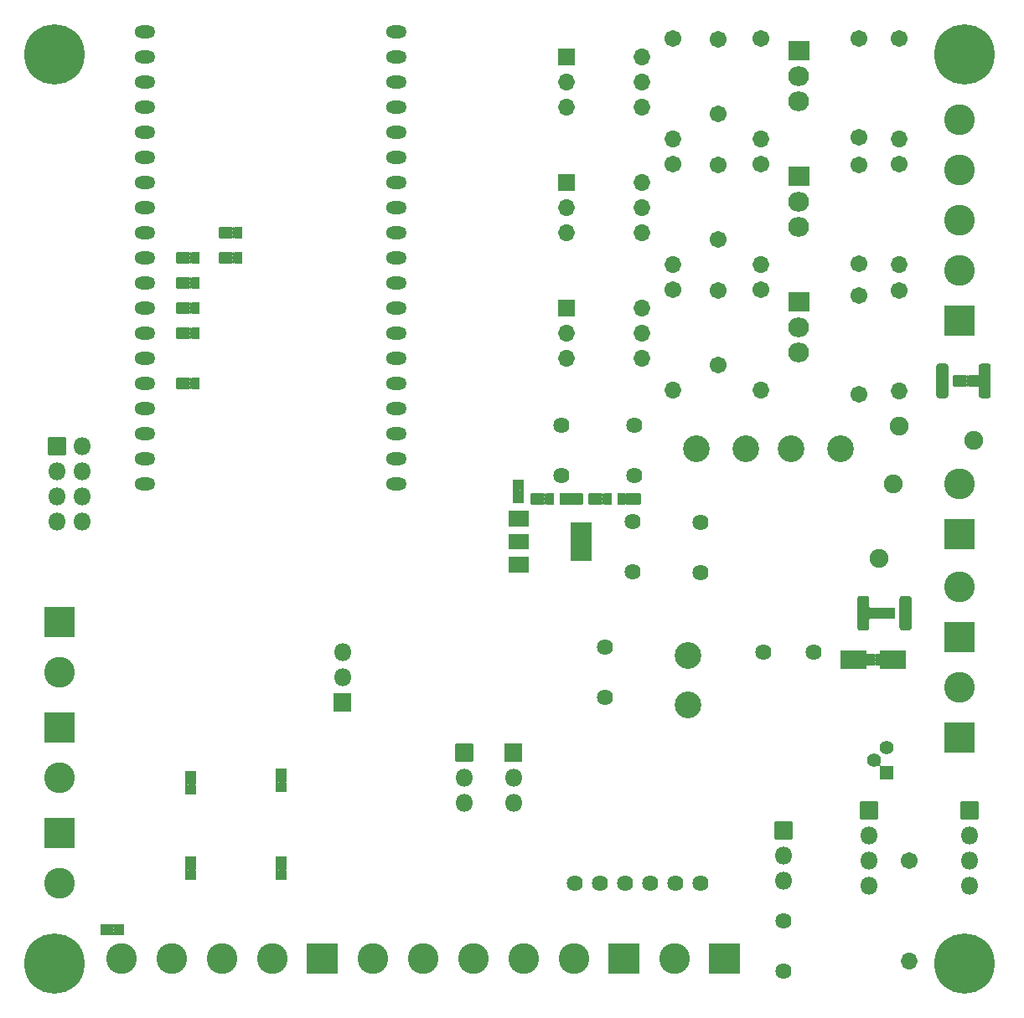
<source format=gbr>
G04 #@! TF.GenerationSoftware,KiCad,Pcbnew,5.1.9-73d0e3b20d~88~ubuntu20.04.1*
G04 #@! TF.CreationDate,2021-03-09T21:18:06-03:00*
G04 #@! TF.ProjectId,std_board,7374645f-626f-4617-9264-2e6b69636164,rev?*
G04 #@! TF.SameCoordinates,Original*
G04 #@! TF.FileFunction,Soldermask,Bot*
G04 #@! TF.FilePolarity,Negative*
%FSLAX46Y46*%
G04 Gerber Fmt 4.6, Leading zero omitted, Abs format (unit mm)*
G04 Created by KiCad (PCBNEW 5.1.9-73d0e3b20d~88~ubuntu20.04.1) date 2021-03-09 21:18:06*
%MOMM*%
%LPD*%
G01*
G04 APERTURE LIST*
%ADD10O,2.102000X1.302000*%
%ADD11C,1.702000*%
%ADD12O,1.702000X1.702000*%
%ADD13C,2.702000*%
%ADD14C,1.626000*%
%ADD15C,6.102000*%
%ADD16C,1.902000*%
%ADD17O,1.802000X1.802000*%
%ADD18O,2.102000X2.007000*%
%ADD19C,1.402000*%
%ADD20C,3.102000*%
%ADD21C,0.100000*%
G04 APERTURE END LIST*
D10*
X38100000Y0D03*
X12700000Y0D03*
X38100000Y-2540000D03*
X12700000Y-2540000D03*
X38100000Y-5080000D03*
X12700000Y-5080000D03*
X38100000Y-7620000D03*
X12700000Y-7620000D03*
X38100000Y-10160000D03*
X12700000Y-10160000D03*
X38100000Y-12700000D03*
X12700000Y-12700000D03*
X38100000Y-15240000D03*
X12700000Y-15240000D03*
X38100000Y-17780000D03*
X12700000Y-17780000D03*
X38100000Y-20320000D03*
X12700000Y-20320000D03*
X38100000Y-22860000D03*
X12700000Y-22860000D03*
X38100000Y-25400000D03*
X12700000Y-25400000D03*
X38100000Y-27940000D03*
X12700000Y-27940000D03*
X38100000Y-30480000D03*
X12700000Y-30480000D03*
X38100000Y-33020000D03*
X12700000Y-33020000D03*
X38100000Y-35560000D03*
X12700000Y-35560000D03*
X38100000Y-38100000D03*
X12700000Y-38100000D03*
X38100000Y-40640000D03*
X12700000Y-40640000D03*
X38100000Y-43180000D03*
X12700000Y-43180000D03*
X38100000Y-45720000D03*
X12700000Y-45720000D03*
D11*
X89916000Y-83820000D03*
D12*
X89916000Y-93980000D03*
D13*
X77978000Y-42164000D03*
X82978000Y-42164000D03*
D14*
X61976000Y-54610000D03*
X61976000Y-49530000D03*
D11*
X66040000Y-635000D03*
D12*
X66040000Y-10795000D03*
X62865000Y-2540000D03*
X55245000Y-7620000D03*
X62865000Y-5080000D03*
X55245000Y-5080000D03*
X62865000Y-7620000D03*
G36*
G01*
X54394000Y-3340000D02*
X54394000Y-1740000D01*
G75*
G02*
X54445000Y-1689000I51000J0D01*
G01*
X56045000Y-1689000D01*
G75*
G02*
X56096000Y-1740000I0J-51000D01*
G01*
X56096000Y-3340000D01*
G75*
G02*
X56045000Y-3391000I-51000J0D01*
G01*
X54445000Y-3391000D01*
G75*
G02*
X54394000Y-3340000I0J51000D01*
G01*
G37*
D11*
X88900000Y-13335000D03*
D12*
X88900000Y-23495000D03*
X88900000Y-36322000D03*
D11*
X88900000Y-26162000D03*
G36*
G01*
X86122000Y-63627001D02*
X86122000Y-63372999D01*
G75*
G02*
X86172999Y-63322000I50999J0D01*
G01*
X87373001Y-63322000D01*
G75*
G02*
X87424000Y-63372999I0J-50999D01*
G01*
X87424000Y-63627001D01*
G75*
G02*
X87373001Y-63678000I-50999J0D01*
G01*
X86172999Y-63678000D01*
G75*
G02*
X86122000Y-63627001I0J50999D01*
G01*
G37*
G36*
G01*
X85261500Y-64008001D02*
X85261500Y-63753999D01*
G75*
G02*
X85312499Y-63703000I50999J0D01*
G01*
X86455501Y-63703000D01*
G75*
G02*
X86506500Y-63753999I0J-50999D01*
G01*
X86506500Y-64008001D01*
G75*
G02*
X86455501Y-64059000I-50999J0D01*
G01*
X85312499Y-64059000D01*
G75*
G02*
X85261500Y-64008001I0J50999D01*
G01*
G37*
G36*
G01*
X85071000Y-64008000D02*
X85071000Y-62992000D01*
G75*
G02*
X85122000Y-62941000I51000J0D01*
G01*
X85884000Y-62941000D01*
G75*
G02*
X85935000Y-62992000I0J-51000D01*
G01*
X85935000Y-64008000D01*
G75*
G02*
X85884000Y-64059000I-51000J0D01*
G01*
X85122000Y-64059000D01*
G75*
G02*
X85071000Y-64008000I0J51000D01*
G01*
G37*
G36*
G01*
X85261500Y-63246001D02*
X85261500Y-62991999D01*
G75*
G02*
X85312499Y-62941000I50999J0D01*
G01*
X86455501Y-62941000D01*
G75*
G02*
X86506500Y-62991999I0J-50999D01*
G01*
X86506500Y-63246001D01*
G75*
G02*
X86455501Y-63297000I-50999J0D01*
G01*
X85312499Y-63297000D01*
G75*
G02*
X85261500Y-63246001I0J50999D01*
G01*
G37*
G36*
G01*
X86595000Y-64008000D02*
X86595000Y-62992000D01*
G75*
G02*
X86646000Y-62941000I51000J0D01*
G01*
X87408000Y-62941000D01*
G75*
G02*
X87459000Y-62992000I0J-51000D01*
G01*
X87459000Y-64008000D01*
G75*
G02*
X87408000Y-64059000I-51000J0D01*
G01*
X86646000Y-64059000D01*
G75*
G02*
X86595000Y-64008000I0J51000D01*
G01*
G37*
G36*
G01*
X17144999Y-75803000D02*
X17399001Y-75803000D01*
G75*
G02*
X17450000Y-75853999I0J-50999D01*
G01*
X17450000Y-77054001D01*
G75*
G02*
X17399001Y-77105000I-50999J0D01*
G01*
X17144999Y-77105000D01*
G75*
G02*
X17094000Y-77054001I0J50999D01*
G01*
X17094000Y-75853999D01*
G75*
G02*
X17144999Y-75803000I50999J0D01*
G01*
G37*
G36*
G01*
X16763999Y-74942500D02*
X17018001Y-74942500D01*
G75*
G02*
X17069000Y-74993499I0J-50999D01*
G01*
X17069000Y-76136501D01*
G75*
G02*
X17018001Y-76187500I-50999J0D01*
G01*
X16763999Y-76187500D01*
G75*
G02*
X16713000Y-76136501I0J50999D01*
G01*
X16713000Y-74993499D01*
G75*
G02*
X16763999Y-74942500I50999J0D01*
G01*
G37*
G36*
G01*
X16764000Y-74752000D02*
X17780000Y-74752000D01*
G75*
G02*
X17831000Y-74803000I0J-51000D01*
G01*
X17831000Y-75565000D01*
G75*
G02*
X17780000Y-75616000I-51000J0D01*
G01*
X16764000Y-75616000D01*
G75*
G02*
X16713000Y-75565000I0J51000D01*
G01*
X16713000Y-74803000D01*
G75*
G02*
X16764000Y-74752000I51000J0D01*
G01*
G37*
G36*
G01*
X17525999Y-74942500D02*
X17780001Y-74942500D01*
G75*
G02*
X17831000Y-74993499I0J-50999D01*
G01*
X17831000Y-76136501D01*
G75*
G02*
X17780001Y-76187500I-50999J0D01*
G01*
X17525999Y-76187500D01*
G75*
G02*
X17475000Y-76136501I0J50999D01*
G01*
X17475000Y-74993499D01*
G75*
G02*
X17525999Y-74942500I50999J0D01*
G01*
G37*
G36*
G01*
X16764000Y-76276000D02*
X17780000Y-76276000D01*
G75*
G02*
X17831000Y-76327000I0J-51000D01*
G01*
X17831000Y-77089000D01*
G75*
G02*
X17780000Y-77140000I-51000J0D01*
G01*
X16764000Y-77140000D01*
G75*
G02*
X16713000Y-77089000I0J51000D01*
G01*
X16713000Y-76327000D01*
G75*
G02*
X16764000Y-76276000I51000J0D01*
G01*
G37*
G36*
G01*
X17144999Y-84439000D02*
X17399001Y-84439000D01*
G75*
G02*
X17450000Y-84489999I0J-50999D01*
G01*
X17450000Y-85690001D01*
G75*
G02*
X17399001Y-85741000I-50999J0D01*
G01*
X17144999Y-85741000D01*
G75*
G02*
X17094000Y-85690001I0J50999D01*
G01*
X17094000Y-84489999D01*
G75*
G02*
X17144999Y-84439000I50999J0D01*
G01*
G37*
G36*
G01*
X16763999Y-83578500D02*
X17018001Y-83578500D01*
G75*
G02*
X17069000Y-83629499I0J-50999D01*
G01*
X17069000Y-84772501D01*
G75*
G02*
X17018001Y-84823500I-50999J0D01*
G01*
X16763999Y-84823500D01*
G75*
G02*
X16713000Y-84772501I0J50999D01*
G01*
X16713000Y-83629499D01*
G75*
G02*
X16763999Y-83578500I50999J0D01*
G01*
G37*
G36*
G01*
X16764000Y-83388000D02*
X17780000Y-83388000D01*
G75*
G02*
X17831000Y-83439000I0J-51000D01*
G01*
X17831000Y-84201000D01*
G75*
G02*
X17780000Y-84252000I-51000J0D01*
G01*
X16764000Y-84252000D01*
G75*
G02*
X16713000Y-84201000I0J51000D01*
G01*
X16713000Y-83439000D01*
G75*
G02*
X16764000Y-83388000I51000J0D01*
G01*
G37*
G36*
G01*
X17525999Y-83578500D02*
X17780001Y-83578500D01*
G75*
G02*
X17831000Y-83629499I0J-50999D01*
G01*
X17831000Y-84772501D01*
G75*
G02*
X17780001Y-84823500I-50999J0D01*
G01*
X17525999Y-84823500D01*
G75*
G02*
X17475000Y-84772501I0J50999D01*
G01*
X17475000Y-83629499D01*
G75*
G02*
X17525999Y-83578500I50999J0D01*
G01*
G37*
G36*
G01*
X16764000Y-84912000D02*
X17780000Y-84912000D01*
G75*
G02*
X17831000Y-84963000I0J-51000D01*
G01*
X17831000Y-85725000D01*
G75*
G02*
X17780000Y-85776000I-51000J0D01*
G01*
X16764000Y-85776000D01*
G75*
G02*
X16713000Y-85725000I0J51000D01*
G01*
X16713000Y-84963000D01*
G75*
G02*
X16764000Y-84912000I51000J0D01*
G01*
G37*
G36*
G01*
X87106000Y-58928001D02*
X87106000Y-58673999D01*
G75*
G02*
X87156999Y-58623000I50999J0D01*
G01*
X88357001Y-58623000D01*
G75*
G02*
X88408000Y-58673999I0J-50999D01*
G01*
X88408000Y-58928001D01*
G75*
G02*
X88357001Y-58979000I-50999J0D01*
G01*
X87156999Y-58979000D01*
G75*
G02*
X87106000Y-58928001I0J50999D01*
G01*
G37*
G36*
G01*
X86245500Y-59309001D02*
X86245500Y-59054999D01*
G75*
G02*
X86296499Y-59004000I50999J0D01*
G01*
X87439501Y-59004000D01*
G75*
G02*
X87490500Y-59054999I0J-50999D01*
G01*
X87490500Y-59309001D01*
G75*
G02*
X87439501Y-59360000I-50999J0D01*
G01*
X86296499Y-59360000D01*
G75*
G02*
X86245500Y-59309001I0J50999D01*
G01*
G37*
G36*
G01*
X86055000Y-59309000D02*
X86055000Y-58293000D01*
G75*
G02*
X86106000Y-58242000I51000J0D01*
G01*
X86868000Y-58242000D01*
G75*
G02*
X86919000Y-58293000I0J-51000D01*
G01*
X86919000Y-59309000D01*
G75*
G02*
X86868000Y-59360000I-51000J0D01*
G01*
X86106000Y-59360000D01*
G75*
G02*
X86055000Y-59309000I0J51000D01*
G01*
G37*
G36*
G01*
X86245500Y-58547001D02*
X86245500Y-58292999D01*
G75*
G02*
X86296499Y-58242000I50999J0D01*
G01*
X87439501Y-58242000D01*
G75*
G02*
X87490500Y-58292999I0J-50999D01*
G01*
X87490500Y-58547001D01*
G75*
G02*
X87439501Y-58598000I-50999J0D01*
G01*
X86296499Y-58598000D01*
G75*
G02*
X86245500Y-58547001I0J50999D01*
G01*
G37*
G36*
G01*
X87579000Y-59309000D02*
X87579000Y-58293000D01*
G75*
G02*
X87630000Y-58242000I51000J0D01*
G01*
X88392000Y-58242000D01*
G75*
G02*
X88443000Y-58293000I0J-51000D01*
G01*
X88443000Y-59309000D01*
G75*
G02*
X88392000Y-59360000I-51000J0D01*
G01*
X87630000Y-59360000D01*
G75*
G02*
X87579000Y-59309000I0J51000D01*
G01*
G37*
D15*
X3556000Y-94234000D03*
X3556000Y-2286000D03*
G36*
G01*
X26288999Y-84439000D02*
X26543001Y-84439000D01*
G75*
G02*
X26594000Y-84489999I0J-50999D01*
G01*
X26594000Y-85690001D01*
G75*
G02*
X26543001Y-85741000I-50999J0D01*
G01*
X26288999Y-85741000D01*
G75*
G02*
X26238000Y-85690001I0J50999D01*
G01*
X26238000Y-84489999D01*
G75*
G02*
X26288999Y-84439000I50999J0D01*
G01*
G37*
G36*
G01*
X25907999Y-83578500D02*
X26162001Y-83578500D01*
G75*
G02*
X26213000Y-83629499I0J-50999D01*
G01*
X26213000Y-84772501D01*
G75*
G02*
X26162001Y-84823500I-50999J0D01*
G01*
X25907999Y-84823500D01*
G75*
G02*
X25857000Y-84772501I0J50999D01*
G01*
X25857000Y-83629499D01*
G75*
G02*
X25907999Y-83578500I50999J0D01*
G01*
G37*
G36*
G01*
X25908000Y-83388000D02*
X26924000Y-83388000D01*
G75*
G02*
X26975000Y-83439000I0J-51000D01*
G01*
X26975000Y-84201000D01*
G75*
G02*
X26924000Y-84252000I-51000J0D01*
G01*
X25908000Y-84252000D01*
G75*
G02*
X25857000Y-84201000I0J51000D01*
G01*
X25857000Y-83439000D01*
G75*
G02*
X25908000Y-83388000I51000J0D01*
G01*
G37*
G36*
G01*
X26669999Y-83578500D02*
X26924001Y-83578500D01*
G75*
G02*
X26975000Y-83629499I0J-50999D01*
G01*
X26975000Y-84772501D01*
G75*
G02*
X26924001Y-84823500I-50999J0D01*
G01*
X26669999Y-84823500D01*
G75*
G02*
X26619000Y-84772501I0J50999D01*
G01*
X26619000Y-83629499D01*
G75*
G02*
X26669999Y-83578500I50999J0D01*
G01*
G37*
G36*
G01*
X25908000Y-84912000D02*
X26924000Y-84912000D01*
G75*
G02*
X26975000Y-84963000I0J-51000D01*
G01*
X26975000Y-85725000D01*
G75*
G02*
X26924000Y-85776000I-51000J0D01*
G01*
X25908000Y-85776000D01*
G75*
G02*
X25857000Y-85725000I0J51000D01*
G01*
X25857000Y-84963000D01*
G75*
G02*
X25908000Y-84912000I51000J0D01*
G01*
G37*
G36*
G01*
X26288999Y-75549000D02*
X26543001Y-75549000D01*
G75*
G02*
X26594000Y-75599999I0J-50999D01*
G01*
X26594000Y-76800001D01*
G75*
G02*
X26543001Y-76851000I-50999J0D01*
G01*
X26288999Y-76851000D01*
G75*
G02*
X26238000Y-76800001I0J50999D01*
G01*
X26238000Y-75599999D01*
G75*
G02*
X26288999Y-75549000I50999J0D01*
G01*
G37*
G36*
G01*
X25907999Y-74688500D02*
X26162001Y-74688500D01*
G75*
G02*
X26213000Y-74739499I0J-50999D01*
G01*
X26213000Y-75882501D01*
G75*
G02*
X26162001Y-75933500I-50999J0D01*
G01*
X25907999Y-75933500D01*
G75*
G02*
X25857000Y-75882501I0J50999D01*
G01*
X25857000Y-74739499D01*
G75*
G02*
X25907999Y-74688500I50999J0D01*
G01*
G37*
G36*
G01*
X25908000Y-74498000D02*
X26924000Y-74498000D01*
G75*
G02*
X26975000Y-74549000I0J-51000D01*
G01*
X26975000Y-75311000D01*
G75*
G02*
X26924000Y-75362000I-51000J0D01*
G01*
X25908000Y-75362000D01*
G75*
G02*
X25857000Y-75311000I0J51000D01*
G01*
X25857000Y-74549000D01*
G75*
G02*
X25908000Y-74498000I51000J0D01*
G01*
G37*
G36*
G01*
X26669999Y-74688500D02*
X26924001Y-74688500D01*
G75*
G02*
X26975000Y-74739499I0J-50999D01*
G01*
X26975000Y-75882501D01*
G75*
G02*
X26924001Y-75933500I-50999J0D01*
G01*
X26669999Y-75933500D01*
G75*
G02*
X26619000Y-75882501I0J50999D01*
G01*
X26619000Y-74739499D01*
G75*
G02*
X26669999Y-74688500I50999J0D01*
G01*
G37*
G36*
G01*
X25908000Y-76022000D02*
X26924000Y-76022000D01*
G75*
G02*
X26975000Y-76073000I0J-51000D01*
G01*
X26975000Y-76835000D01*
G75*
G02*
X26924000Y-76886000I-51000J0D01*
G01*
X25908000Y-76886000D01*
G75*
G02*
X25857000Y-76835000I0J51000D01*
G01*
X25857000Y-76073000D01*
G75*
G02*
X25908000Y-76022000I51000J0D01*
G01*
G37*
D16*
X96400000Y-41278000D03*
X88900000Y-39878000D03*
X88265000Y-45720000D03*
X86865000Y-53220000D03*
D12*
X62865000Y-27940000D03*
X55245000Y-33020000D03*
X62865000Y-30480000D03*
X55245000Y-30480000D03*
X62865000Y-33020000D03*
G36*
G01*
X54394000Y-28740000D02*
X54394000Y-27140000D01*
G75*
G02*
X54445000Y-27089000I51000J0D01*
G01*
X56045000Y-27089000D01*
G75*
G02*
X56096000Y-27140000I0J-51000D01*
G01*
X56096000Y-28740000D01*
G75*
G02*
X56045000Y-28791000I-51000J0D01*
G01*
X54445000Y-28791000D01*
G75*
G02*
X54394000Y-28740000I0J51000D01*
G01*
G37*
X62865000Y-15240000D03*
X55245000Y-20320000D03*
X62865000Y-17780000D03*
X55245000Y-17780000D03*
X62865000Y-20320000D03*
G36*
G01*
X54394000Y-16040000D02*
X54394000Y-14440000D01*
G75*
G02*
X54445000Y-14389000I51000J0D01*
G01*
X56045000Y-14389000D01*
G75*
G02*
X56096000Y-14440000I0J-51000D01*
G01*
X56096000Y-16040000D01*
G75*
G02*
X56045000Y-16091000I-51000J0D01*
G01*
X54445000Y-16091000D01*
G75*
G02*
X54394000Y-16040000I0J51000D01*
G01*
G37*
G36*
G01*
X85566000Y-62600000D02*
X85566000Y-64400000D01*
G75*
G02*
X85515000Y-64451000I-51000J0D01*
G01*
X83015000Y-64451000D01*
G75*
G02*
X82964000Y-64400000I0J51000D01*
G01*
X82964000Y-62600000D01*
G75*
G02*
X83015000Y-62549000I51000J0D01*
G01*
X85515000Y-62549000D01*
G75*
G02*
X85566000Y-62600000I0J-51000D01*
G01*
G37*
G36*
G01*
X89566000Y-62600000D02*
X89566000Y-64400000D01*
G75*
G02*
X89515000Y-64451000I-51000J0D01*
G01*
X87015000Y-64451000D01*
G75*
G02*
X86964000Y-64400000I0J51000D01*
G01*
X86964000Y-62600000D01*
G75*
G02*
X87015000Y-62549000I51000J0D01*
G01*
X89515000Y-62549000D01*
G75*
G02*
X89566000Y-62600000I0J-51000D01*
G01*
G37*
D11*
X84836000Y-10635000D03*
X84836000Y-635000D03*
X70612000Y-8255000D03*
X70612000Y-755000D03*
X84836000Y-23462000D03*
X84836000Y-13462000D03*
X70612000Y-13455000D03*
X70612000Y-20955000D03*
X84836000Y-26670000D03*
X84836000Y-36670000D03*
X70612000Y-33655000D03*
X70612000Y-26155000D03*
G36*
G01*
X44057000Y-73748000D02*
X44057000Y-72048000D01*
G75*
G02*
X44108000Y-71997000I51000J0D01*
G01*
X45808000Y-71997000D01*
G75*
G02*
X45859000Y-72048000I0J-51000D01*
G01*
X45859000Y-73748000D01*
G75*
G02*
X45808000Y-73799000I-51000J0D01*
G01*
X44108000Y-73799000D01*
G75*
G02*
X44057000Y-73748000I0J51000D01*
G01*
G37*
D17*
X44958000Y-75438000D03*
X44958000Y-77978000D03*
G36*
G01*
X49010000Y-73748000D02*
X49010000Y-72048000D01*
G75*
G02*
X49061000Y-71997000I51000J0D01*
G01*
X50761000Y-71997000D01*
G75*
G02*
X50812000Y-72048000I0J-51000D01*
G01*
X50812000Y-73748000D01*
G75*
G02*
X50761000Y-73799000I-51000J0D01*
G01*
X49061000Y-73799000D01*
G75*
G02*
X49010000Y-73748000I0J51000D01*
G01*
G37*
X49911000Y-75438000D03*
X49911000Y-77978000D03*
X77216000Y-85852000D03*
X77216000Y-83312000D03*
G36*
G01*
X76315000Y-81622000D02*
X76315000Y-79922000D01*
G75*
G02*
X76366000Y-79871000I51000J0D01*
G01*
X78066000Y-79871000D01*
G75*
G02*
X78117000Y-79922000I0J-51000D01*
G01*
X78117000Y-81622000D01*
G75*
G02*
X78066000Y-81673000I-51000J0D01*
G01*
X76366000Y-81673000D01*
G75*
G02*
X76315000Y-81622000I0J51000D01*
G01*
G37*
G36*
G01*
X95111000Y-79590000D02*
X95111000Y-77890000D01*
G75*
G02*
X95162000Y-77839000I51000J0D01*
G01*
X96862000Y-77839000D01*
G75*
G02*
X96913000Y-77890000I0J-51000D01*
G01*
X96913000Y-79590000D01*
G75*
G02*
X96862000Y-79641000I-51000J0D01*
G01*
X95162000Y-79641000D01*
G75*
G02*
X95111000Y-79590000I0J51000D01*
G01*
G37*
X96012000Y-81280000D03*
X96012000Y-83820000D03*
X96012000Y-86360000D03*
X85852000Y-86360000D03*
X85852000Y-83820000D03*
X85852000Y-81280000D03*
G36*
G01*
X84951000Y-79590000D02*
X84951000Y-77890000D01*
G75*
G02*
X85002000Y-77839000I51000J0D01*
G01*
X86702000Y-77839000D01*
G75*
G02*
X86753000Y-77890000I0J-51000D01*
G01*
X86753000Y-79590000D01*
G75*
G02*
X86702000Y-79641000I-51000J0D01*
G01*
X85002000Y-79641000D01*
G75*
G02*
X84951000Y-79590000I0J51000D01*
G01*
G37*
D15*
X95504000Y-2286000D03*
X95504000Y-94234000D03*
G36*
G01*
X49911000Y-46812000D02*
X50927000Y-46812000D01*
G75*
G02*
X50978000Y-46863000I0J-51000D01*
G01*
X50978000Y-47625000D01*
G75*
G02*
X50927000Y-47676000I-51000J0D01*
G01*
X49911000Y-47676000D01*
G75*
G02*
X49860000Y-47625000I0J51000D01*
G01*
X49860000Y-46863000D01*
G75*
G02*
X49911000Y-46812000I51000J0D01*
G01*
G37*
G36*
G01*
X50672999Y-45478500D02*
X50927001Y-45478500D01*
G75*
G02*
X50978000Y-45529499I0J-50999D01*
G01*
X50978000Y-46672501D01*
G75*
G02*
X50927001Y-46723500I-50999J0D01*
G01*
X50672999Y-46723500D01*
G75*
G02*
X50622000Y-46672501I0J50999D01*
G01*
X50622000Y-45529499D01*
G75*
G02*
X50672999Y-45478500I50999J0D01*
G01*
G37*
G36*
G01*
X49911000Y-45288000D02*
X50927000Y-45288000D01*
G75*
G02*
X50978000Y-45339000I0J-51000D01*
G01*
X50978000Y-46101000D01*
G75*
G02*
X50927000Y-46152000I-51000J0D01*
G01*
X49911000Y-46152000D01*
G75*
G02*
X49860000Y-46101000I0J51000D01*
G01*
X49860000Y-45339000D01*
G75*
G02*
X49911000Y-45288000I51000J0D01*
G01*
G37*
G36*
G01*
X49910999Y-45478500D02*
X50165001Y-45478500D01*
G75*
G02*
X50216000Y-45529499I0J-50999D01*
G01*
X50216000Y-46672501D01*
G75*
G02*
X50165001Y-46723500I-50999J0D01*
G01*
X49910999Y-46723500D01*
G75*
G02*
X49860000Y-46672501I0J50999D01*
G01*
X49860000Y-45529499D01*
G75*
G02*
X49910999Y-45478500I50999J0D01*
G01*
G37*
G36*
G01*
X50291999Y-46339000D02*
X50546001Y-46339000D01*
G75*
G02*
X50597000Y-46389999I0J-50999D01*
G01*
X50597000Y-47590001D01*
G75*
G02*
X50546001Y-47641000I-50999J0D01*
G01*
X50291999Y-47641000D01*
G75*
G02*
X50241000Y-47590001I0J50999D01*
G01*
X50241000Y-46389999D01*
G75*
G02*
X50291999Y-46339000I50999J0D01*
G01*
G37*
G36*
G01*
X55693000Y-53462000D02*
X55693000Y-49662000D01*
G75*
G02*
X55744000Y-49611000I51000J0D01*
G01*
X57744000Y-49611000D01*
G75*
G02*
X57795000Y-49662000I0J-51000D01*
G01*
X57795000Y-53462000D01*
G75*
G02*
X57744000Y-53513000I-51000J0D01*
G01*
X55744000Y-53513000D01*
G75*
G02*
X55693000Y-53462000I0J51000D01*
G01*
G37*
G36*
G01*
X49393000Y-52312000D02*
X49393000Y-50812000D01*
G75*
G02*
X49444000Y-50761000I51000J0D01*
G01*
X51444000Y-50761000D01*
G75*
G02*
X51495000Y-50812000I0J-51000D01*
G01*
X51495000Y-52312000D01*
G75*
G02*
X51444000Y-52363000I-51000J0D01*
G01*
X49444000Y-52363000D01*
G75*
G02*
X49393000Y-52312000I0J51000D01*
G01*
G37*
G36*
G01*
X49393000Y-50012000D02*
X49393000Y-48512000D01*
G75*
G02*
X49444000Y-48461000I51000J0D01*
G01*
X51444000Y-48461000D01*
G75*
G02*
X51495000Y-48512000I0J-51000D01*
G01*
X51495000Y-50012000D01*
G75*
G02*
X51444000Y-50063000I-51000J0D01*
G01*
X49444000Y-50063000D01*
G75*
G02*
X49393000Y-50012000I0J51000D01*
G01*
G37*
G36*
G01*
X49393000Y-54612000D02*
X49393000Y-53112000D01*
G75*
G02*
X49444000Y-53061000I51000J0D01*
G01*
X51444000Y-53061000D01*
G75*
G02*
X51495000Y-53112000I0J-51000D01*
G01*
X51495000Y-54612000D01*
G75*
G02*
X51444000Y-54663000I-51000J0D01*
G01*
X49444000Y-54663000D01*
G75*
G02*
X49393000Y-54612000I0J51000D01*
G01*
G37*
D13*
X68406000Y-42164000D03*
X73406000Y-42164000D03*
G36*
G01*
X17348000Y-23368000D02*
X17348000Y-22352000D01*
G75*
G02*
X17399000Y-22301000I51000J0D01*
G01*
X18161000Y-22301000D01*
G75*
G02*
X18212000Y-22352000I0J-51000D01*
G01*
X18212000Y-23368000D01*
G75*
G02*
X18161000Y-23419000I-51000J0D01*
G01*
X17399000Y-23419000D01*
G75*
G02*
X17348000Y-23368000I0J51000D01*
G01*
G37*
G36*
G01*
X16014500Y-22606001D02*
X16014500Y-22351999D01*
G75*
G02*
X16065499Y-22301000I50999J0D01*
G01*
X17208501Y-22301000D01*
G75*
G02*
X17259500Y-22351999I0J-50999D01*
G01*
X17259500Y-22606001D01*
G75*
G02*
X17208501Y-22657000I-50999J0D01*
G01*
X16065499Y-22657000D01*
G75*
G02*
X16014500Y-22606001I0J50999D01*
G01*
G37*
G36*
G01*
X15824000Y-23368000D02*
X15824000Y-22352000D01*
G75*
G02*
X15875000Y-22301000I51000J0D01*
G01*
X16637000Y-22301000D01*
G75*
G02*
X16688000Y-22352000I0J-51000D01*
G01*
X16688000Y-23368000D01*
G75*
G02*
X16637000Y-23419000I-51000J0D01*
G01*
X15875000Y-23419000D01*
G75*
G02*
X15824000Y-23368000I0J51000D01*
G01*
G37*
G36*
G01*
X16014500Y-23368001D02*
X16014500Y-23113999D01*
G75*
G02*
X16065499Y-23063000I50999J0D01*
G01*
X17208501Y-23063000D01*
G75*
G02*
X17259500Y-23113999I0J-50999D01*
G01*
X17259500Y-23368001D01*
G75*
G02*
X17208501Y-23419000I-50999J0D01*
G01*
X16065499Y-23419000D01*
G75*
G02*
X16014500Y-23368001I0J50999D01*
G01*
G37*
G36*
G01*
X16875000Y-22987001D02*
X16875000Y-22732999D01*
G75*
G02*
X16925999Y-22682000I50999J0D01*
G01*
X18126001Y-22682000D01*
G75*
G02*
X18177000Y-22732999I0J-50999D01*
G01*
X18177000Y-22987001D01*
G75*
G02*
X18126001Y-23038000I-50999J0D01*
G01*
X16925999Y-23038000D01*
G75*
G02*
X16875000Y-22987001I0J50999D01*
G01*
G37*
G36*
G01*
X16875000Y-25527001D02*
X16875000Y-25272999D01*
G75*
G02*
X16925999Y-25222000I50999J0D01*
G01*
X18126001Y-25222000D01*
G75*
G02*
X18177000Y-25272999I0J-50999D01*
G01*
X18177000Y-25527001D01*
G75*
G02*
X18126001Y-25578000I-50999J0D01*
G01*
X16925999Y-25578000D01*
G75*
G02*
X16875000Y-25527001I0J50999D01*
G01*
G37*
G36*
G01*
X16014500Y-25908001D02*
X16014500Y-25653999D01*
G75*
G02*
X16065499Y-25603000I50999J0D01*
G01*
X17208501Y-25603000D01*
G75*
G02*
X17259500Y-25653999I0J-50999D01*
G01*
X17259500Y-25908001D01*
G75*
G02*
X17208501Y-25959000I-50999J0D01*
G01*
X16065499Y-25959000D01*
G75*
G02*
X16014500Y-25908001I0J50999D01*
G01*
G37*
G36*
G01*
X15824000Y-25908000D02*
X15824000Y-24892000D01*
G75*
G02*
X15875000Y-24841000I51000J0D01*
G01*
X16637000Y-24841000D01*
G75*
G02*
X16688000Y-24892000I0J-51000D01*
G01*
X16688000Y-25908000D01*
G75*
G02*
X16637000Y-25959000I-51000J0D01*
G01*
X15875000Y-25959000D01*
G75*
G02*
X15824000Y-25908000I0J51000D01*
G01*
G37*
G36*
G01*
X16014500Y-25146001D02*
X16014500Y-24891999D01*
G75*
G02*
X16065499Y-24841000I50999J0D01*
G01*
X17208501Y-24841000D01*
G75*
G02*
X17259500Y-24891999I0J-50999D01*
G01*
X17259500Y-25146001D01*
G75*
G02*
X17208501Y-25197000I-50999J0D01*
G01*
X16065499Y-25197000D01*
G75*
G02*
X16014500Y-25146001I0J50999D01*
G01*
G37*
G36*
G01*
X17348000Y-25908000D02*
X17348000Y-24892000D01*
G75*
G02*
X17399000Y-24841000I51000J0D01*
G01*
X18161000Y-24841000D01*
G75*
G02*
X18212000Y-24892000I0J-51000D01*
G01*
X18212000Y-25908000D01*
G75*
G02*
X18161000Y-25959000I-51000J0D01*
G01*
X17399000Y-25959000D01*
G75*
G02*
X17348000Y-25908000I0J51000D01*
G01*
G37*
G36*
G01*
X9068000Y-90297000D02*
X9068000Y-91313000D01*
G75*
G02*
X9017000Y-91364000I-51000J0D01*
G01*
X8255000Y-91364000D01*
G75*
G02*
X8204000Y-91313000I0J51000D01*
G01*
X8204000Y-90297000D01*
G75*
G02*
X8255000Y-90246000I51000J0D01*
G01*
X9017000Y-90246000D01*
G75*
G02*
X9068000Y-90297000I0J-51000D01*
G01*
G37*
G36*
G01*
X10401500Y-91058999D02*
X10401500Y-91313001D01*
G75*
G02*
X10350501Y-91364000I-50999J0D01*
G01*
X9207499Y-91364000D01*
G75*
G02*
X9156500Y-91313001I0J50999D01*
G01*
X9156500Y-91058999D01*
G75*
G02*
X9207499Y-91008000I50999J0D01*
G01*
X10350501Y-91008000D01*
G75*
G02*
X10401500Y-91058999I0J-50999D01*
G01*
G37*
G36*
G01*
X10592000Y-90297000D02*
X10592000Y-91313000D01*
G75*
G02*
X10541000Y-91364000I-51000J0D01*
G01*
X9779000Y-91364000D01*
G75*
G02*
X9728000Y-91313000I0J51000D01*
G01*
X9728000Y-90297000D01*
G75*
G02*
X9779000Y-90246000I51000J0D01*
G01*
X10541000Y-90246000D01*
G75*
G02*
X10592000Y-90297000I0J-51000D01*
G01*
G37*
G36*
G01*
X10401500Y-90296999D02*
X10401500Y-90551001D01*
G75*
G02*
X10350501Y-90602000I-50999J0D01*
G01*
X9207499Y-90602000D01*
G75*
G02*
X9156500Y-90551001I0J50999D01*
G01*
X9156500Y-90296999D01*
G75*
G02*
X9207499Y-90246000I50999J0D01*
G01*
X10350501Y-90246000D01*
G75*
G02*
X10401500Y-90296999I0J-50999D01*
G01*
G37*
G36*
G01*
X9541000Y-90677999D02*
X9541000Y-90932001D01*
G75*
G02*
X9490001Y-90983000I-50999J0D01*
G01*
X8289999Y-90983000D01*
G75*
G02*
X8239000Y-90932001I0J50999D01*
G01*
X8239000Y-90677999D01*
G75*
G02*
X8289999Y-90627000I50999J0D01*
G01*
X9490001Y-90627000D01*
G75*
G02*
X9541000Y-90677999I0J-50999D01*
G01*
G37*
G36*
G01*
X33540000Y-66968000D02*
X33540000Y-68668000D01*
G75*
G02*
X33489000Y-68719000I-51000J0D01*
G01*
X31789000Y-68719000D01*
G75*
G02*
X31738000Y-68668000I0J51000D01*
G01*
X31738000Y-66968000D01*
G75*
G02*
X31789000Y-66917000I51000J0D01*
G01*
X33489000Y-66917000D01*
G75*
G02*
X33540000Y-66968000I0J-51000D01*
G01*
G37*
D17*
X32639000Y-65278000D03*
X32639000Y-62738000D03*
G36*
G01*
X21666000Y-23368000D02*
X21666000Y-22352000D01*
G75*
G02*
X21717000Y-22301000I51000J0D01*
G01*
X22479000Y-22301000D01*
G75*
G02*
X22530000Y-22352000I0J-51000D01*
G01*
X22530000Y-23368000D01*
G75*
G02*
X22479000Y-23419000I-51000J0D01*
G01*
X21717000Y-23419000D01*
G75*
G02*
X21666000Y-23368000I0J51000D01*
G01*
G37*
G36*
G01*
X20332500Y-22606001D02*
X20332500Y-22351999D01*
G75*
G02*
X20383499Y-22301000I50999J0D01*
G01*
X21526501Y-22301000D01*
G75*
G02*
X21577500Y-22351999I0J-50999D01*
G01*
X21577500Y-22606001D01*
G75*
G02*
X21526501Y-22657000I-50999J0D01*
G01*
X20383499Y-22657000D01*
G75*
G02*
X20332500Y-22606001I0J50999D01*
G01*
G37*
G36*
G01*
X20142000Y-23368000D02*
X20142000Y-22352000D01*
G75*
G02*
X20193000Y-22301000I51000J0D01*
G01*
X20955000Y-22301000D01*
G75*
G02*
X21006000Y-22352000I0J-51000D01*
G01*
X21006000Y-23368000D01*
G75*
G02*
X20955000Y-23419000I-51000J0D01*
G01*
X20193000Y-23419000D01*
G75*
G02*
X20142000Y-23368000I0J51000D01*
G01*
G37*
G36*
G01*
X20332500Y-23368001D02*
X20332500Y-23113999D01*
G75*
G02*
X20383499Y-23063000I50999J0D01*
G01*
X21526501Y-23063000D01*
G75*
G02*
X21577500Y-23113999I0J-50999D01*
G01*
X21577500Y-23368001D01*
G75*
G02*
X21526501Y-23419000I-50999J0D01*
G01*
X20383499Y-23419000D01*
G75*
G02*
X20332500Y-23368001I0J50999D01*
G01*
G37*
G36*
G01*
X21193000Y-22987001D02*
X21193000Y-22732999D01*
G75*
G02*
X21243999Y-22682000I50999J0D01*
G01*
X22444001Y-22682000D01*
G75*
G02*
X22495000Y-22732999I0J-50999D01*
G01*
X22495000Y-22987001D01*
G75*
G02*
X22444001Y-23038000I-50999J0D01*
G01*
X21243999Y-23038000D01*
G75*
G02*
X21193000Y-22987001I0J50999D01*
G01*
G37*
G36*
G01*
X21193000Y-20447001D02*
X21193000Y-20192999D01*
G75*
G02*
X21243999Y-20142000I50999J0D01*
G01*
X22444001Y-20142000D01*
G75*
G02*
X22495000Y-20192999I0J-50999D01*
G01*
X22495000Y-20447001D01*
G75*
G02*
X22444001Y-20498000I-50999J0D01*
G01*
X21243999Y-20498000D01*
G75*
G02*
X21193000Y-20447001I0J50999D01*
G01*
G37*
G36*
G01*
X20332500Y-20828001D02*
X20332500Y-20573999D01*
G75*
G02*
X20383499Y-20523000I50999J0D01*
G01*
X21526501Y-20523000D01*
G75*
G02*
X21577500Y-20573999I0J-50999D01*
G01*
X21577500Y-20828001D01*
G75*
G02*
X21526501Y-20879000I-50999J0D01*
G01*
X20383499Y-20879000D01*
G75*
G02*
X20332500Y-20828001I0J50999D01*
G01*
G37*
G36*
G01*
X20142000Y-20828000D02*
X20142000Y-19812000D01*
G75*
G02*
X20193000Y-19761000I51000J0D01*
G01*
X20955000Y-19761000D01*
G75*
G02*
X21006000Y-19812000I0J-51000D01*
G01*
X21006000Y-20828000D01*
G75*
G02*
X20955000Y-20879000I-51000J0D01*
G01*
X20193000Y-20879000D01*
G75*
G02*
X20142000Y-20828000I0J51000D01*
G01*
G37*
G36*
G01*
X20332500Y-20066001D02*
X20332500Y-19811999D01*
G75*
G02*
X20383499Y-19761000I50999J0D01*
G01*
X21526501Y-19761000D01*
G75*
G02*
X21577500Y-19811999I0J-50999D01*
G01*
X21577500Y-20066001D01*
G75*
G02*
X21526501Y-20117000I-50999J0D01*
G01*
X20383499Y-20117000D01*
G75*
G02*
X20332500Y-20066001I0J50999D01*
G01*
G37*
G36*
G01*
X21666000Y-20828000D02*
X21666000Y-19812000D01*
G75*
G02*
X21717000Y-19761000I51000J0D01*
G01*
X22479000Y-19761000D01*
G75*
G02*
X22530000Y-19812000I0J-51000D01*
G01*
X22530000Y-20828000D01*
G75*
G02*
X22479000Y-20879000I-51000J0D01*
G01*
X21717000Y-20879000D01*
G75*
G02*
X21666000Y-20828000I0J51000D01*
G01*
G37*
G36*
G01*
X16875000Y-28067001D02*
X16875000Y-27812999D01*
G75*
G02*
X16925999Y-27762000I50999J0D01*
G01*
X18126001Y-27762000D01*
G75*
G02*
X18177000Y-27812999I0J-50999D01*
G01*
X18177000Y-28067001D01*
G75*
G02*
X18126001Y-28118000I-50999J0D01*
G01*
X16925999Y-28118000D01*
G75*
G02*
X16875000Y-28067001I0J50999D01*
G01*
G37*
G36*
G01*
X16014500Y-28448001D02*
X16014500Y-28193999D01*
G75*
G02*
X16065499Y-28143000I50999J0D01*
G01*
X17208501Y-28143000D01*
G75*
G02*
X17259500Y-28193999I0J-50999D01*
G01*
X17259500Y-28448001D01*
G75*
G02*
X17208501Y-28499000I-50999J0D01*
G01*
X16065499Y-28499000D01*
G75*
G02*
X16014500Y-28448001I0J50999D01*
G01*
G37*
G36*
G01*
X15824000Y-28448000D02*
X15824000Y-27432000D01*
G75*
G02*
X15875000Y-27381000I51000J0D01*
G01*
X16637000Y-27381000D01*
G75*
G02*
X16688000Y-27432000I0J-51000D01*
G01*
X16688000Y-28448000D01*
G75*
G02*
X16637000Y-28499000I-51000J0D01*
G01*
X15875000Y-28499000D01*
G75*
G02*
X15824000Y-28448000I0J51000D01*
G01*
G37*
G36*
G01*
X16014500Y-27686001D02*
X16014500Y-27431999D01*
G75*
G02*
X16065499Y-27381000I50999J0D01*
G01*
X17208501Y-27381000D01*
G75*
G02*
X17259500Y-27431999I0J-50999D01*
G01*
X17259500Y-27686001D01*
G75*
G02*
X17208501Y-27737000I-50999J0D01*
G01*
X16065499Y-27737000D01*
G75*
G02*
X16014500Y-27686001I0J50999D01*
G01*
G37*
G36*
G01*
X17348000Y-28448000D02*
X17348000Y-27432000D01*
G75*
G02*
X17399000Y-27381000I51000J0D01*
G01*
X18161000Y-27381000D01*
G75*
G02*
X18212000Y-27432000I0J-51000D01*
G01*
X18212000Y-28448000D01*
G75*
G02*
X18161000Y-28499000I-51000J0D01*
G01*
X17399000Y-28499000D01*
G75*
G02*
X17348000Y-28448000I0J51000D01*
G01*
G37*
G36*
G01*
X88921500Y-60279335D02*
X88921500Y-57322665D01*
G75*
G02*
X89194165Y-57050000I272665J0D01*
G01*
X89875835Y-57050000D01*
G75*
G02*
X90148500Y-57322665I0J-272665D01*
G01*
X90148500Y-60279335D01*
G75*
G02*
X89875835Y-60552000I-272665J0D01*
G01*
X89194165Y-60552000D01*
G75*
G02*
X88921500Y-60279335I0J272665D01*
G01*
G37*
G36*
G01*
X84646500Y-60279335D02*
X84646500Y-57322665D01*
G75*
G02*
X84919165Y-57050000I272665J0D01*
G01*
X85600835Y-57050000D01*
G75*
G02*
X85873500Y-57322665I0J-272665D01*
G01*
X85873500Y-60279335D01*
G75*
G02*
X85600835Y-60552000I-272665J0D01*
G01*
X84919165Y-60552000D01*
G75*
G02*
X84646500Y-60279335I0J272665D01*
G01*
G37*
G36*
G01*
X92647500Y-36784335D02*
X92647500Y-33827665D01*
G75*
G02*
X92920165Y-33555000I272665J0D01*
G01*
X93601835Y-33555000D01*
G75*
G02*
X93874500Y-33827665I0J-272665D01*
G01*
X93874500Y-36784335D01*
G75*
G02*
X93601835Y-37057000I-272665J0D01*
G01*
X92920165Y-37057000D01*
G75*
G02*
X92647500Y-36784335I0J272665D01*
G01*
G37*
G36*
G01*
X96922500Y-36784335D02*
X96922500Y-33827665D01*
G75*
G02*
X97195165Y-33555000I272665J0D01*
G01*
X97876835Y-33555000D01*
G75*
G02*
X98149500Y-33827665I0J-272665D01*
G01*
X98149500Y-36784335D01*
G75*
G02*
X97876835Y-37057000I-272665J0D01*
G01*
X97195165Y-37057000D01*
G75*
G02*
X96922500Y-36784335I0J272665D01*
G01*
G37*
G36*
G01*
X17348000Y-30988000D02*
X17348000Y-29972000D01*
G75*
G02*
X17399000Y-29921000I51000J0D01*
G01*
X18161000Y-29921000D01*
G75*
G02*
X18212000Y-29972000I0J-51000D01*
G01*
X18212000Y-30988000D01*
G75*
G02*
X18161000Y-31039000I-51000J0D01*
G01*
X17399000Y-31039000D01*
G75*
G02*
X17348000Y-30988000I0J51000D01*
G01*
G37*
G36*
G01*
X16014500Y-30226001D02*
X16014500Y-29971999D01*
G75*
G02*
X16065499Y-29921000I50999J0D01*
G01*
X17208501Y-29921000D01*
G75*
G02*
X17259500Y-29971999I0J-50999D01*
G01*
X17259500Y-30226001D01*
G75*
G02*
X17208501Y-30277000I-50999J0D01*
G01*
X16065499Y-30277000D01*
G75*
G02*
X16014500Y-30226001I0J50999D01*
G01*
G37*
G36*
G01*
X15824000Y-30988000D02*
X15824000Y-29972000D01*
G75*
G02*
X15875000Y-29921000I51000J0D01*
G01*
X16637000Y-29921000D01*
G75*
G02*
X16688000Y-29972000I0J-51000D01*
G01*
X16688000Y-30988000D01*
G75*
G02*
X16637000Y-31039000I-51000J0D01*
G01*
X15875000Y-31039000D01*
G75*
G02*
X15824000Y-30988000I0J51000D01*
G01*
G37*
G36*
G01*
X16014500Y-30988001D02*
X16014500Y-30733999D01*
G75*
G02*
X16065499Y-30683000I50999J0D01*
G01*
X17208501Y-30683000D01*
G75*
G02*
X17259500Y-30733999I0J-50999D01*
G01*
X17259500Y-30988001D01*
G75*
G02*
X17208501Y-31039000I-50999J0D01*
G01*
X16065499Y-31039000D01*
G75*
G02*
X16014500Y-30988001I0J50999D01*
G01*
G37*
G36*
G01*
X16875000Y-30607001D02*
X16875000Y-30352999D01*
G75*
G02*
X16925999Y-30302000I50999J0D01*
G01*
X18126001Y-30302000D01*
G75*
G02*
X18177000Y-30352999I0J-50999D01*
G01*
X18177000Y-30607001D01*
G75*
G02*
X18126001Y-30658000I-50999J0D01*
G01*
X16925999Y-30658000D01*
G75*
G02*
X16875000Y-30607001I0J50999D01*
G01*
G37*
D18*
X78740000Y-6985000D03*
X78740000Y-4445000D03*
G36*
G01*
X77740000Y-901500D02*
X79740000Y-901500D01*
G75*
G02*
X79791000Y-952500I0J-51000D01*
G01*
X79791000Y-2857500D01*
G75*
G02*
X79740000Y-2908500I-51000J0D01*
G01*
X77740000Y-2908500D01*
G75*
G02*
X77689000Y-2857500I0J51000D01*
G01*
X77689000Y-952500D01*
G75*
G02*
X77740000Y-901500I51000J0D01*
G01*
G37*
G36*
G01*
X77740000Y-13601500D02*
X79740000Y-13601500D01*
G75*
G02*
X79791000Y-13652500I0J-51000D01*
G01*
X79791000Y-15557500D01*
G75*
G02*
X79740000Y-15608500I-51000J0D01*
G01*
X77740000Y-15608500D01*
G75*
G02*
X77689000Y-15557500I0J51000D01*
G01*
X77689000Y-13652500D01*
G75*
G02*
X77740000Y-13601500I51000J0D01*
G01*
G37*
X78740000Y-17145000D03*
X78740000Y-19685000D03*
G36*
G01*
X77740000Y-26301500D02*
X79740000Y-26301500D01*
G75*
G02*
X79791000Y-26352500I0J-51000D01*
G01*
X79791000Y-28257500D01*
G75*
G02*
X79740000Y-28308500I-51000J0D01*
G01*
X77740000Y-28308500D01*
G75*
G02*
X77689000Y-28257500I0J51000D01*
G01*
X77689000Y-26352500D01*
G75*
G02*
X77740000Y-26301500I51000J0D01*
G01*
G37*
X78740000Y-29845000D03*
X78740000Y-32385000D03*
D12*
X74930000Y-10795000D03*
D11*
X74930000Y-635000D03*
D12*
X88900000Y-10795000D03*
D11*
X88900000Y-635000D03*
X66040000Y-13335000D03*
D12*
X66040000Y-23495000D03*
D11*
X74930000Y-13335000D03*
D12*
X74930000Y-23495000D03*
D11*
X66040000Y-26035000D03*
D12*
X66040000Y-36195000D03*
X74930000Y-36195000D03*
D11*
X74930000Y-26035000D03*
D19*
X86360000Y-73660000D03*
X87630000Y-72390000D03*
G36*
G01*
X88331000Y-74280000D02*
X88331000Y-75580000D01*
G75*
G02*
X88280000Y-75631000I-51000J0D01*
G01*
X86980000Y-75631000D01*
G75*
G02*
X86929000Y-75580000I0J51000D01*
G01*
X86929000Y-74280000D01*
G75*
G02*
X86980000Y-74229000I51000J0D01*
G01*
X88280000Y-74229000D01*
G75*
G02*
X88331000Y-74280000I0J-51000D01*
G01*
G37*
D14*
X77216000Y-94996000D03*
X77216000Y-89916000D03*
X63754000Y-86106000D03*
X61214000Y-86106000D03*
X66294000Y-86106000D03*
X68834000Y-86106000D03*
X58674000Y-86106000D03*
X56134000Y-86106000D03*
D20*
X94996000Y-56134000D03*
G36*
G01*
X96496000Y-62765000D02*
X93496000Y-62765000D01*
G75*
G02*
X93445000Y-62714000I0J51000D01*
G01*
X93445000Y-59714000D01*
G75*
G02*
X93496000Y-59663000I51000J0D01*
G01*
X96496000Y-59663000D01*
G75*
G02*
X96547000Y-59714000I0J-51000D01*
G01*
X96547000Y-62714000D01*
G75*
G02*
X96496000Y-62765000I-51000J0D01*
G01*
G37*
X94996000Y-45720000D03*
G36*
G01*
X96496000Y-52351000D02*
X93496000Y-52351000D01*
G75*
G02*
X93445000Y-52300000I0J51000D01*
G01*
X93445000Y-49300000D01*
G75*
G02*
X93496000Y-49249000I51000J0D01*
G01*
X96496000Y-49249000D01*
G75*
G02*
X96547000Y-49300000I0J-51000D01*
G01*
X96547000Y-52300000D01*
G75*
G02*
X96496000Y-52351000I-51000J0D01*
G01*
G37*
X94996000Y-8890000D03*
X94996000Y-13970000D03*
G36*
G01*
X96496000Y-30761000D02*
X93496000Y-30761000D01*
G75*
G02*
X93445000Y-30710000I0J51000D01*
G01*
X93445000Y-27710000D01*
G75*
G02*
X93496000Y-27659000I51000J0D01*
G01*
X96496000Y-27659000D01*
G75*
G02*
X96547000Y-27710000I0J-51000D01*
G01*
X96547000Y-30710000D01*
G75*
G02*
X96496000Y-30761000I-51000J0D01*
G01*
G37*
X94996000Y-19050000D03*
X94996000Y-24130000D03*
G36*
G01*
X96496000Y-72925000D02*
X93496000Y-72925000D01*
G75*
G02*
X93445000Y-72874000I0J51000D01*
G01*
X93445000Y-69874000D01*
G75*
G02*
X93496000Y-69823000I51000J0D01*
G01*
X96496000Y-69823000D01*
G75*
G02*
X96547000Y-69874000I0J-51000D01*
G01*
X96547000Y-72874000D01*
G75*
G02*
X96496000Y-72925000I-51000J0D01*
G01*
G37*
X94996000Y-66294000D03*
X25527000Y-93726000D03*
X20447000Y-93726000D03*
G36*
G01*
X32158000Y-92226000D02*
X32158000Y-95226000D01*
G75*
G02*
X32107000Y-95277000I-51000J0D01*
G01*
X29107000Y-95277000D01*
G75*
G02*
X29056000Y-95226000I0J51000D01*
G01*
X29056000Y-92226000D01*
G75*
G02*
X29107000Y-92175000I51000J0D01*
G01*
X32107000Y-92175000D01*
G75*
G02*
X32158000Y-92226000I0J-51000D01*
G01*
G37*
X15367000Y-93726000D03*
X10287000Y-93726000D03*
G36*
G01*
X72798000Y-92226000D02*
X72798000Y-95226000D01*
G75*
G02*
X72747000Y-95277000I-51000J0D01*
G01*
X69747000Y-95277000D01*
G75*
G02*
X69696000Y-95226000I0J51000D01*
G01*
X69696000Y-92226000D01*
G75*
G02*
X69747000Y-92175000I51000J0D01*
G01*
X72747000Y-92175000D01*
G75*
G02*
X72798000Y-92226000I0J-51000D01*
G01*
G37*
X66167000Y-93726000D03*
G36*
G01*
X2564000Y-58139000D02*
X5564000Y-58139000D01*
G75*
G02*
X5615000Y-58190000I0J-51000D01*
G01*
X5615000Y-61190000D01*
G75*
G02*
X5564000Y-61241000I-51000J0D01*
G01*
X2564000Y-61241000D01*
G75*
G02*
X2513000Y-61190000I0J51000D01*
G01*
X2513000Y-58190000D01*
G75*
G02*
X2564000Y-58139000I51000J0D01*
G01*
G37*
X4064000Y-64770000D03*
G36*
G01*
X2564000Y-79475000D02*
X5564000Y-79475000D01*
G75*
G02*
X5615000Y-79526000I0J-51000D01*
G01*
X5615000Y-82526000D01*
G75*
G02*
X5564000Y-82577000I-51000J0D01*
G01*
X2564000Y-82577000D01*
G75*
G02*
X2513000Y-82526000I0J51000D01*
G01*
X2513000Y-79526000D01*
G75*
G02*
X2564000Y-79475000I51000J0D01*
G01*
G37*
X4064000Y-86106000D03*
X4064000Y-75438000D03*
G36*
G01*
X2564000Y-68807000D02*
X5564000Y-68807000D01*
G75*
G02*
X5615000Y-68858000I0J-51000D01*
G01*
X5615000Y-71858000D01*
G75*
G02*
X5564000Y-71909000I-51000J0D01*
G01*
X2564000Y-71909000D01*
G75*
G02*
X2513000Y-71858000I0J51000D01*
G01*
X2513000Y-68858000D01*
G75*
G02*
X2564000Y-68807000I51000J0D01*
G01*
G37*
G36*
G01*
X95834000Y-35814000D02*
X95834000Y-34798000D01*
G75*
G02*
X95885000Y-34747000I51000J0D01*
G01*
X96647000Y-34747000D01*
G75*
G02*
X96698000Y-34798000I0J-51000D01*
G01*
X96698000Y-35814000D01*
G75*
G02*
X96647000Y-35865000I-51000J0D01*
G01*
X95885000Y-35865000D01*
G75*
G02*
X95834000Y-35814000I0J51000D01*
G01*
G37*
G36*
G01*
X94500500Y-35052001D02*
X94500500Y-34797999D01*
G75*
G02*
X94551499Y-34747000I50999J0D01*
G01*
X95694501Y-34747000D01*
G75*
G02*
X95745500Y-34797999I0J-50999D01*
G01*
X95745500Y-35052001D01*
G75*
G02*
X95694501Y-35103000I-50999J0D01*
G01*
X94551499Y-35103000D01*
G75*
G02*
X94500500Y-35052001I0J50999D01*
G01*
G37*
G36*
G01*
X94310000Y-35814000D02*
X94310000Y-34798000D01*
G75*
G02*
X94361000Y-34747000I51000J0D01*
G01*
X95123000Y-34747000D01*
G75*
G02*
X95174000Y-34798000I0J-51000D01*
G01*
X95174000Y-35814000D01*
G75*
G02*
X95123000Y-35865000I-51000J0D01*
G01*
X94361000Y-35865000D01*
G75*
G02*
X94310000Y-35814000I0J51000D01*
G01*
G37*
G36*
G01*
X94500500Y-35814001D02*
X94500500Y-35559999D01*
G75*
G02*
X94551499Y-35509000I50999J0D01*
G01*
X95694501Y-35509000D01*
G75*
G02*
X95745500Y-35559999I0J-50999D01*
G01*
X95745500Y-35814001D01*
G75*
G02*
X95694501Y-35865000I-50999J0D01*
G01*
X94551499Y-35865000D01*
G75*
G02*
X94500500Y-35814001I0J50999D01*
G01*
G37*
G36*
G01*
X95361000Y-35433001D02*
X95361000Y-35178999D01*
G75*
G02*
X95411999Y-35128000I50999J0D01*
G01*
X96612001Y-35128000D01*
G75*
G02*
X96663000Y-35178999I0J-50999D01*
G01*
X96663000Y-35433001D01*
G75*
G02*
X96612001Y-35484000I-50999J0D01*
G01*
X95411999Y-35484000D01*
G75*
G02*
X95361000Y-35433001I0J50999D01*
G01*
G37*
D14*
X54737000Y-44831000D03*
X54737000Y-39751000D03*
X62103000Y-39751000D03*
X62103000Y-44831000D03*
X59182000Y-67310000D03*
X59182000Y-62230000D03*
X68834000Y-49616360D03*
X68834000Y-54696360D03*
X75184000Y-62738000D03*
X80264000Y-62738000D03*
D13*
X67564000Y-63072000D03*
X67564000Y-68072000D03*
G36*
G01*
X61738000Y-47116999D02*
X61738000Y-47371001D01*
G75*
G02*
X61687001Y-47422000I-50999J0D01*
G01*
X60486999Y-47422000D01*
G75*
G02*
X60436000Y-47371001I0J50999D01*
G01*
X60436000Y-47116999D01*
G75*
G02*
X60486999Y-47066000I50999J0D01*
G01*
X61687001Y-47066000D01*
G75*
G02*
X61738000Y-47116999I0J-50999D01*
G01*
G37*
G36*
G01*
X62598500Y-46735999D02*
X62598500Y-46990001D01*
G75*
G02*
X62547501Y-47041000I-50999J0D01*
G01*
X61404499Y-47041000D01*
G75*
G02*
X61353500Y-46990001I0J50999D01*
G01*
X61353500Y-46735999D01*
G75*
G02*
X61404499Y-46685000I50999J0D01*
G01*
X62547501Y-46685000D01*
G75*
G02*
X62598500Y-46735999I0J-50999D01*
G01*
G37*
G36*
G01*
X62789000Y-46736000D02*
X62789000Y-47752000D01*
G75*
G02*
X62738000Y-47803000I-51000J0D01*
G01*
X61976000Y-47803000D01*
G75*
G02*
X61925000Y-47752000I0J51000D01*
G01*
X61925000Y-46736000D01*
G75*
G02*
X61976000Y-46685000I51000J0D01*
G01*
X62738000Y-46685000D01*
G75*
G02*
X62789000Y-46736000I0J-51000D01*
G01*
G37*
G36*
G01*
X62598500Y-47497999D02*
X62598500Y-47752001D01*
G75*
G02*
X62547501Y-47803000I-50999J0D01*
G01*
X61404499Y-47803000D01*
G75*
G02*
X61353500Y-47752001I0J50999D01*
G01*
X61353500Y-47497999D01*
G75*
G02*
X61404499Y-47447000I50999J0D01*
G01*
X62547501Y-47447000D01*
G75*
G02*
X62598500Y-47497999I0J-50999D01*
G01*
G37*
G36*
G01*
X61265000Y-46736000D02*
X61265000Y-47752000D01*
G75*
G02*
X61214000Y-47803000I-51000J0D01*
G01*
X60452000Y-47803000D01*
G75*
G02*
X60401000Y-47752000I0J51000D01*
G01*
X60401000Y-46736000D01*
G75*
G02*
X60452000Y-46685000I51000J0D01*
G01*
X61214000Y-46685000D01*
G75*
G02*
X61265000Y-46736000I0J-51000D01*
G01*
G37*
G36*
G01*
X53162000Y-47752000D02*
X53162000Y-46736000D01*
G75*
G02*
X53213000Y-46685000I51000J0D01*
G01*
X53975000Y-46685000D01*
G75*
G02*
X54026000Y-46736000I0J-51000D01*
G01*
X54026000Y-47752000D01*
G75*
G02*
X53975000Y-47803000I-51000J0D01*
G01*
X53213000Y-47803000D01*
G75*
G02*
X53162000Y-47752000I0J51000D01*
G01*
G37*
G36*
G01*
X51828500Y-46990001D02*
X51828500Y-46735999D01*
G75*
G02*
X51879499Y-46685000I50999J0D01*
G01*
X53022501Y-46685000D01*
G75*
G02*
X53073500Y-46735999I0J-50999D01*
G01*
X53073500Y-46990001D01*
G75*
G02*
X53022501Y-47041000I-50999J0D01*
G01*
X51879499Y-47041000D01*
G75*
G02*
X51828500Y-46990001I0J50999D01*
G01*
G37*
G36*
G01*
X51638000Y-47752000D02*
X51638000Y-46736000D01*
G75*
G02*
X51689000Y-46685000I51000J0D01*
G01*
X52451000Y-46685000D01*
G75*
G02*
X52502000Y-46736000I0J-51000D01*
G01*
X52502000Y-47752000D01*
G75*
G02*
X52451000Y-47803000I-51000J0D01*
G01*
X51689000Y-47803000D01*
G75*
G02*
X51638000Y-47752000I0J51000D01*
G01*
G37*
G36*
G01*
X51828500Y-47752001D02*
X51828500Y-47497999D01*
G75*
G02*
X51879499Y-47447000I50999J0D01*
G01*
X53022501Y-47447000D01*
G75*
G02*
X53073500Y-47497999I0J-50999D01*
G01*
X53073500Y-47752001D01*
G75*
G02*
X53022501Y-47803000I-50999J0D01*
G01*
X51879499Y-47803000D01*
G75*
G02*
X51828500Y-47752001I0J50999D01*
G01*
G37*
G36*
G01*
X52689000Y-47371001D02*
X52689000Y-47116999D01*
G75*
G02*
X52739999Y-47066000I50999J0D01*
G01*
X53940001Y-47066000D01*
G75*
G02*
X53991000Y-47116999I0J-50999D01*
G01*
X53991000Y-47371001D01*
G75*
G02*
X53940001Y-47422000I-50999J0D01*
G01*
X52739999Y-47422000D01*
G75*
G02*
X52689000Y-47371001I0J50999D01*
G01*
G37*
G36*
G01*
X59004000Y-47752000D02*
X59004000Y-46736000D01*
G75*
G02*
X59055000Y-46685000I51000J0D01*
G01*
X59817000Y-46685000D01*
G75*
G02*
X59868000Y-46736000I0J-51000D01*
G01*
X59868000Y-47752000D01*
G75*
G02*
X59817000Y-47803000I-51000J0D01*
G01*
X59055000Y-47803000D01*
G75*
G02*
X59004000Y-47752000I0J51000D01*
G01*
G37*
G36*
G01*
X57670500Y-46990001D02*
X57670500Y-46735999D01*
G75*
G02*
X57721499Y-46685000I50999J0D01*
G01*
X58864501Y-46685000D01*
G75*
G02*
X58915500Y-46735999I0J-50999D01*
G01*
X58915500Y-46990001D01*
G75*
G02*
X58864501Y-47041000I-50999J0D01*
G01*
X57721499Y-47041000D01*
G75*
G02*
X57670500Y-46990001I0J50999D01*
G01*
G37*
G36*
G01*
X57480000Y-47752000D02*
X57480000Y-46736000D01*
G75*
G02*
X57531000Y-46685000I51000J0D01*
G01*
X58293000Y-46685000D01*
G75*
G02*
X58344000Y-46736000I0J-51000D01*
G01*
X58344000Y-47752000D01*
G75*
G02*
X58293000Y-47803000I-51000J0D01*
G01*
X57531000Y-47803000D01*
G75*
G02*
X57480000Y-47752000I0J51000D01*
G01*
G37*
G36*
G01*
X57670500Y-47752001D02*
X57670500Y-47497999D01*
G75*
G02*
X57721499Y-47447000I50999J0D01*
G01*
X58864501Y-47447000D01*
G75*
G02*
X58915500Y-47497999I0J-50999D01*
G01*
X58915500Y-47752001D01*
G75*
G02*
X58864501Y-47803000I-50999J0D01*
G01*
X57721499Y-47803000D01*
G75*
G02*
X57670500Y-47752001I0J50999D01*
G01*
G37*
G36*
G01*
X58531000Y-47371001D02*
X58531000Y-47116999D01*
G75*
G02*
X58581999Y-47066000I50999J0D01*
G01*
X59782001Y-47066000D01*
G75*
G02*
X59833000Y-47116999I0J-50999D01*
G01*
X59833000Y-47371001D01*
G75*
G02*
X59782001Y-47422000I-50999J0D01*
G01*
X58581999Y-47422000D01*
G75*
G02*
X58531000Y-47371001I0J50999D01*
G01*
G37*
G36*
G01*
X56083000Y-47752000D02*
X56083000Y-46736000D01*
G75*
G02*
X56134000Y-46685000I51000J0D01*
G01*
X56896000Y-46685000D01*
G75*
G02*
X56947000Y-46736000I0J-51000D01*
G01*
X56947000Y-47752000D01*
G75*
G02*
X56896000Y-47803000I-51000J0D01*
G01*
X56134000Y-47803000D01*
G75*
G02*
X56083000Y-47752000I0J51000D01*
G01*
G37*
G36*
G01*
X54749500Y-46990001D02*
X54749500Y-46735999D01*
G75*
G02*
X54800499Y-46685000I50999J0D01*
G01*
X55943501Y-46685000D01*
G75*
G02*
X55994500Y-46735999I0J-50999D01*
G01*
X55994500Y-46990001D01*
G75*
G02*
X55943501Y-47041000I-50999J0D01*
G01*
X54800499Y-47041000D01*
G75*
G02*
X54749500Y-46990001I0J50999D01*
G01*
G37*
G36*
G01*
X54559000Y-47752000D02*
X54559000Y-46736000D01*
G75*
G02*
X54610000Y-46685000I51000J0D01*
G01*
X55372000Y-46685000D01*
G75*
G02*
X55423000Y-46736000I0J-51000D01*
G01*
X55423000Y-47752000D01*
G75*
G02*
X55372000Y-47803000I-51000J0D01*
G01*
X54610000Y-47803000D01*
G75*
G02*
X54559000Y-47752000I0J51000D01*
G01*
G37*
G36*
G01*
X54749500Y-47752001D02*
X54749500Y-47497999D01*
G75*
G02*
X54800499Y-47447000I50999J0D01*
G01*
X55943501Y-47447000D01*
G75*
G02*
X55994500Y-47497999I0J-50999D01*
G01*
X55994500Y-47752001D01*
G75*
G02*
X55943501Y-47803000I-50999J0D01*
G01*
X54800499Y-47803000D01*
G75*
G02*
X54749500Y-47752001I0J50999D01*
G01*
G37*
G36*
G01*
X55610000Y-47371001D02*
X55610000Y-47116999D01*
G75*
G02*
X55660999Y-47066000I50999J0D01*
G01*
X56861001Y-47066000D01*
G75*
G02*
X56912000Y-47116999I0J-50999D01*
G01*
X56912000Y-47371001D01*
G75*
G02*
X56861001Y-47422000I-50999J0D01*
G01*
X55660999Y-47422000D01*
G75*
G02*
X55610000Y-47371001I0J50999D01*
G01*
G37*
G36*
G01*
X2909000Y-42760000D02*
X2909000Y-41060000D01*
G75*
G02*
X2960000Y-41009000I51000J0D01*
G01*
X4660000Y-41009000D01*
G75*
G02*
X4711000Y-41060000I0J-51000D01*
G01*
X4711000Y-42760000D01*
G75*
G02*
X4660000Y-42811000I-51000J0D01*
G01*
X2960000Y-42811000D01*
G75*
G02*
X2909000Y-42760000I0J51000D01*
G01*
G37*
D17*
X6350000Y-41910000D03*
X3810000Y-44450000D03*
X6350000Y-44450000D03*
X3810000Y-46990000D03*
X6350000Y-46990000D03*
X3810000Y-49530000D03*
X6350000Y-49530000D03*
D20*
X56007000Y-93726000D03*
X50927000Y-93726000D03*
G36*
G01*
X62638000Y-92226000D02*
X62638000Y-95226000D01*
G75*
G02*
X62587000Y-95277000I-51000J0D01*
G01*
X59587000Y-95277000D01*
G75*
G02*
X59536000Y-95226000I0J51000D01*
G01*
X59536000Y-92226000D01*
G75*
G02*
X59587000Y-92175000I51000J0D01*
G01*
X62587000Y-92175000D01*
G75*
G02*
X62638000Y-92226000I0J-51000D01*
G01*
G37*
X45847000Y-93726000D03*
X40767000Y-93726000D03*
X35687000Y-93726000D03*
G36*
G01*
X17348000Y-36068000D02*
X17348000Y-35052000D01*
G75*
G02*
X17399000Y-35001000I51000J0D01*
G01*
X18161000Y-35001000D01*
G75*
G02*
X18212000Y-35052000I0J-51000D01*
G01*
X18212000Y-36068000D01*
G75*
G02*
X18161000Y-36119000I-51000J0D01*
G01*
X17399000Y-36119000D01*
G75*
G02*
X17348000Y-36068000I0J51000D01*
G01*
G37*
G36*
G01*
X16014500Y-35306001D02*
X16014500Y-35051999D01*
G75*
G02*
X16065499Y-35001000I50999J0D01*
G01*
X17208501Y-35001000D01*
G75*
G02*
X17259500Y-35051999I0J-50999D01*
G01*
X17259500Y-35306001D01*
G75*
G02*
X17208501Y-35357000I-50999J0D01*
G01*
X16065499Y-35357000D01*
G75*
G02*
X16014500Y-35306001I0J50999D01*
G01*
G37*
G36*
G01*
X15824000Y-36068000D02*
X15824000Y-35052000D01*
G75*
G02*
X15875000Y-35001000I51000J0D01*
G01*
X16637000Y-35001000D01*
G75*
G02*
X16688000Y-35052000I0J-51000D01*
G01*
X16688000Y-36068000D01*
G75*
G02*
X16637000Y-36119000I-51000J0D01*
G01*
X15875000Y-36119000D01*
G75*
G02*
X15824000Y-36068000I0J51000D01*
G01*
G37*
G36*
G01*
X16014500Y-36068001D02*
X16014500Y-35813999D01*
G75*
G02*
X16065499Y-35763000I50999J0D01*
G01*
X17208501Y-35763000D01*
G75*
G02*
X17259500Y-35813999I0J-50999D01*
G01*
X17259500Y-36068001D01*
G75*
G02*
X17208501Y-36119000I-50999J0D01*
G01*
X16065499Y-36119000D01*
G75*
G02*
X16014500Y-36068001I0J50999D01*
G01*
G37*
G36*
G01*
X16875000Y-35687001D02*
X16875000Y-35432999D01*
G75*
G02*
X16925999Y-35382000I50999J0D01*
G01*
X18126001Y-35382000D01*
G75*
G02*
X18177000Y-35432999I0J-50999D01*
G01*
X18177000Y-35687001D01*
G75*
G02*
X18126001Y-35738000I-50999J0D01*
G01*
X16925999Y-35738000D01*
G75*
G02*
X16875000Y-35687001I0J50999D01*
G01*
G37*
D21*
G36*
X9158232Y-90245000D02*
G01*
X9158500Y-90246000D01*
X9158500Y-90600000D01*
X9728000Y-90600000D01*
X9729732Y-90601000D01*
X9730000Y-90602000D01*
X9730000Y-91008000D01*
X9729000Y-91009732D01*
X9728000Y-91010000D01*
X9158500Y-91010000D01*
X9158500Y-91364000D01*
X9157500Y-91365732D01*
X9156500Y-91366000D01*
X9068000Y-91366000D01*
X9066268Y-91365000D01*
X9066000Y-91364000D01*
X9066000Y-90983000D01*
X9067000Y-90981268D01*
X9068000Y-90981000D01*
X9539000Y-90981000D01*
X9539000Y-90629000D01*
X9068000Y-90629000D01*
X9066268Y-90628000D01*
X9066000Y-90627000D01*
X9066000Y-90246000D01*
X9067000Y-90244268D01*
X9068000Y-90244000D01*
X9156500Y-90244000D01*
X9158232Y-90245000D01*
G37*
G36*
X26620732Y-84251000D02*
G01*
X26621000Y-84252000D01*
X26621000Y-84821500D01*
X26975000Y-84821500D01*
X26976732Y-84822500D01*
X26977000Y-84823500D01*
X26977000Y-84912000D01*
X26976000Y-84913732D01*
X26975000Y-84914000D01*
X26594000Y-84914000D01*
X26592268Y-84913000D01*
X26592000Y-84912000D01*
X26592000Y-84441000D01*
X26240000Y-84441000D01*
X26240000Y-84912000D01*
X26239000Y-84913732D01*
X26238000Y-84914000D01*
X25857000Y-84914000D01*
X25855268Y-84913000D01*
X25855000Y-84912000D01*
X25855000Y-84823500D01*
X25856000Y-84821768D01*
X25857000Y-84821500D01*
X26211000Y-84821500D01*
X26211000Y-84252000D01*
X26212000Y-84250268D01*
X26213000Y-84250000D01*
X26619000Y-84250000D01*
X26620732Y-84251000D01*
G37*
G36*
X17476732Y-84251000D02*
G01*
X17477000Y-84252000D01*
X17477000Y-84821500D01*
X17831000Y-84821500D01*
X17832732Y-84822500D01*
X17833000Y-84823500D01*
X17833000Y-84912000D01*
X17832000Y-84913732D01*
X17831000Y-84914000D01*
X17450000Y-84914000D01*
X17448268Y-84913000D01*
X17448000Y-84912000D01*
X17448000Y-84441000D01*
X17096000Y-84441000D01*
X17096000Y-84912000D01*
X17095000Y-84913732D01*
X17094000Y-84914000D01*
X16713000Y-84914000D01*
X16711268Y-84913000D01*
X16711000Y-84912000D01*
X16711000Y-84823500D01*
X16712000Y-84821768D01*
X16713000Y-84821500D01*
X17067000Y-84821500D01*
X17067000Y-84252000D01*
X17068000Y-84250268D01*
X17069000Y-84250000D01*
X17475000Y-84250000D01*
X17476732Y-84251000D01*
G37*
G36*
X17476732Y-75615000D02*
G01*
X17477000Y-75616000D01*
X17477000Y-76185500D01*
X17831000Y-76185500D01*
X17832732Y-76186500D01*
X17833000Y-76187500D01*
X17833000Y-76276000D01*
X17832000Y-76277732D01*
X17831000Y-76278000D01*
X17450000Y-76278000D01*
X17448268Y-76277000D01*
X17448000Y-76276000D01*
X17448000Y-75805000D01*
X17096000Y-75805000D01*
X17096000Y-76276000D01*
X17095000Y-76277732D01*
X17094000Y-76278000D01*
X16713000Y-76278000D01*
X16711268Y-76277000D01*
X16711000Y-76276000D01*
X16711000Y-76187500D01*
X16712000Y-76185768D01*
X16713000Y-76185500D01*
X17067000Y-76185500D01*
X17067000Y-75616000D01*
X17068000Y-75614268D01*
X17069000Y-75614000D01*
X17475000Y-75614000D01*
X17476732Y-75615000D01*
G37*
G36*
X26620732Y-75361000D02*
G01*
X26621000Y-75362000D01*
X26621000Y-75931500D01*
X26975000Y-75931500D01*
X26976732Y-75932500D01*
X26977000Y-75933500D01*
X26977000Y-76022000D01*
X26976000Y-76023732D01*
X26975000Y-76024000D01*
X26594000Y-76024000D01*
X26592268Y-76023000D01*
X26592000Y-76022000D01*
X26592000Y-75551000D01*
X26240000Y-75551000D01*
X26240000Y-76022000D01*
X26239000Y-76023732D01*
X26238000Y-76024000D01*
X25857000Y-76024000D01*
X25855268Y-76023000D01*
X25855000Y-76022000D01*
X25855000Y-75933500D01*
X25856000Y-75931768D01*
X25857000Y-75931500D01*
X26211000Y-75931500D01*
X26211000Y-75362000D01*
X26212000Y-75360268D01*
X26213000Y-75360000D01*
X26619000Y-75360000D01*
X26620732Y-75361000D01*
G37*
G36*
X86946932Y-74039084D02*
G01*
X86946902Y-74040912D01*
X86938338Y-74056935D01*
X86931338Y-74080010D01*
X86928975Y-74104001D01*
X86931338Y-74127993D01*
X86938338Y-74151067D01*
X86949703Y-74172331D01*
X86964999Y-74190968D01*
X86983636Y-74206263D01*
X87004899Y-74217628D01*
X87027974Y-74224628D01*
X87052161Y-74227010D01*
X87053787Y-74228175D01*
X87053591Y-74230165D01*
X87051965Y-74231000D01*
X86931000Y-74231000D01*
X86931000Y-74351965D01*
X86930000Y-74353697D01*
X86928000Y-74353697D01*
X86927010Y-74352161D01*
X86924628Y-74327974D01*
X86917628Y-74304899D01*
X86906263Y-74283635D01*
X86890968Y-74264998D01*
X86872331Y-74249703D01*
X86851067Y-74238338D01*
X86827992Y-74231338D01*
X86804001Y-74228975D01*
X86780010Y-74231338D01*
X86756935Y-74238338D01*
X86740912Y-74246902D01*
X86738913Y-74246836D01*
X86737970Y-74245073D01*
X86738858Y-74243475D01*
X86803436Y-74200326D01*
X86900326Y-74103436D01*
X86943475Y-74038858D01*
X86945269Y-74037973D01*
X86946932Y-74039084D01*
G37*
G36*
X86596732Y-62940000D02*
G01*
X86597000Y-62941000D01*
X86597000Y-63322000D01*
X86596000Y-63323732D01*
X86595000Y-63324000D01*
X86124000Y-63324000D01*
X86124000Y-63676000D01*
X86595000Y-63676000D01*
X86596732Y-63677000D01*
X86597000Y-63678000D01*
X86597000Y-64059000D01*
X86596000Y-64060732D01*
X86595000Y-64061000D01*
X86506500Y-64061000D01*
X86504768Y-64060000D01*
X86504500Y-64059000D01*
X86504500Y-63705000D01*
X85935000Y-63705000D01*
X85933268Y-63704000D01*
X85933000Y-63703000D01*
X85933000Y-63297000D01*
X85934000Y-63295268D01*
X85935000Y-63295000D01*
X86504500Y-63295000D01*
X86504500Y-62941000D01*
X86505500Y-62939268D01*
X86506500Y-62939000D01*
X86595000Y-62939000D01*
X86596732Y-62940000D01*
G37*
G36*
X85875490Y-58116805D02*
G01*
X85877872Y-58140992D01*
X85884872Y-58164067D01*
X85896237Y-58185331D01*
X85911532Y-58203968D01*
X85930169Y-58219263D01*
X85951433Y-58230628D01*
X85974508Y-58237628D01*
X85998593Y-58240000D01*
X86055000Y-58240000D01*
X86056732Y-58241000D01*
X86057000Y-58242000D01*
X86057000Y-59360000D01*
X86056000Y-59361732D01*
X86055000Y-59362000D01*
X85998593Y-59362000D01*
X85974508Y-59364372D01*
X85951433Y-59371372D01*
X85930169Y-59382737D01*
X85911532Y-59398032D01*
X85896237Y-59416669D01*
X85884872Y-59437933D01*
X85877872Y-59461008D01*
X85875490Y-59485195D01*
X85874325Y-59486821D01*
X85872335Y-59486625D01*
X85871500Y-59484999D01*
X85871500Y-58117001D01*
X85872500Y-58115269D01*
X85874500Y-58115269D01*
X85875490Y-58116805D01*
G37*
G36*
X87580732Y-58241000D02*
G01*
X87581000Y-58242000D01*
X87581000Y-58623000D01*
X87580000Y-58624732D01*
X87579000Y-58625000D01*
X87108000Y-58625000D01*
X87108000Y-58977000D01*
X87579000Y-58977000D01*
X87580732Y-58978000D01*
X87581000Y-58979000D01*
X87581000Y-59360000D01*
X87580000Y-59361732D01*
X87579000Y-59362000D01*
X87490500Y-59362000D01*
X87488768Y-59361000D01*
X87488500Y-59360000D01*
X87488500Y-59006000D01*
X86919000Y-59006000D01*
X86917268Y-59005000D01*
X86917000Y-59004000D01*
X86917000Y-58598000D01*
X86918000Y-58596268D01*
X86919000Y-58596000D01*
X87488500Y-58596000D01*
X87488500Y-58242000D01*
X87489500Y-58240268D01*
X87490500Y-58240000D01*
X87579000Y-58240000D01*
X87580732Y-58241000D01*
G37*
G36*
X53163732Y-46684000D02*
G01*
X53164000Y-46685000D01*
X53164000Y-47066000D01*
X53163000Y-47067732D01*
X53162000Y-47068000D01*
X52691000Y-47068000D01*
X52691000Y-47420000D01*
X53162000Y-47420000D01*
X53163732Y-47421000D01*
X53164000Y-47422000D01*
X53164000Y-47803000D01*
X53163000Y-47804732D01*
X53162000Y-47805000D01*
X53073500Y-47805000D01*
X53071768Y-47804000D01*
X53071500Y-47803000D01*
X53071500Y-47449000D01*
X52502000Y-47449000D01*
X52500268Y-47448000D01*
X52500000Y-47447000D01*
X52500000Y-47041000D01*
X52501000Y-47039268D01*
X52502000Y-47039000D01*
X53071500Y-47039000D01*
X53071500Y-46685000D01*
X53072500Y-46683268D01*
X53073500Y-46683000D01*
X53162000Y-46683000D01*
X53163732Y-46684000D01*
G37*
G36*
X59005732Y-46684000D02*
G01*
X59006000Y-46685000D01*
X59006000Y-47066000D01*
X59005000Y-47067732D01*
X59004000Y-47068000D01*
X58533000Y-47068000D01*
X58533000Y-47420000D01*
X59004000Y-47420000D01*
X59005732Y-47421000D01*
X59006000Y-47422000D01*
X59006000Y-47803000D01*
X59005000Y-47804732D01*
X59004000Y-47805000D01*
X58915500Y-47805000D01*
X58913768Y-47804000D01*
X58913500Y-47803000D01*
X58913500Y-47449000D01*
X58344000Y-47449000D01*
X58342268Y-47448000D01*
X58342000Y-47447000D01*
X58342000Y-47041000D01*
X58343000Y-47039268D01*
X58344000Y-47039000D01*
X58913500Y-47039000D01*
X58913500Y-46685000D01*
X58914500Y-46683268D01*
X58915500Y-46683000D01*
X59004000Y-46683000D01*
X59005732Y-46684000D01*
G37*
G36*
X61355232Y-46684000D02*
G01*
X61355500Y-46685000D01*
X61355500Y-47039000D01*
X61925000Y-47039000D01*
X61926732Y-47040000D01*
X61927000Y-47041000D01*
X61927000Y-47447000D01*
X61926000Y-47448732D01*
X61925000Y-47449000D01*
X61355500Y-47449000D01*
X61355500Y-47803000D01*
X61354500Y-47804732D01*
X61353500Y-47805000D01*
X61265000Y-47805000D01*
X61263268Y-47804000D01*
X61263000Y-47803000D01*
X61263000Y-47422000D01*
X61264000Y-47420268D01*
X61265000Y-47420000D01*
X61736000Y-47420000D01*
X61736000Y-47068000D01*
X61265000Y-47068000D01*
X61263268Y-47067000D01*
X61263000Y-47066000D01*
X61263000Y-46685000D01*
X61264000Y-46683268D01*
X61265000Y-46683000D01*
X61353500Y-46683000D01*
X61355232Y-46684000D01*
G37*
G36*
X56084732Y-46684000D02*
G01*
X56085000Y-46685000D01*
X56085000Y-47066000D01*
X56084000Y-47067732D01*
X56083000Y-47068000D01*
X55612000Y-47068000D01*
X55612000Y-47420000D01*
X56083000Y-47420000D01*
X56084732Y-47421000D01*
X56085000Y-47422000D01*
X56085000Y-47803000D01*
X56084000Y-47804732D01*
X56083000Y-47805000D01*
X55994500Y-47805000D01*
X55992768Y-47804000D01*
X55992500Y-47803000D01*
X55992500Y-47449000D01*
X55423000Y-47449000D01*
X55421268Y-47448000D01*
X55421000Y-47447000D01*
X55421000Y-47041000D01*
X55422000Y-47039268D01*
X55423000Y-47039000D01*
X55992500Y-47039000D01*
X55992500Y-46685000D01*
X55993500Y-46683268D01*
X55994500Y-46683000D01*
X56083000Y-46683000D01*
X56084732Y-46684000D01*
G37*
G36*
X50623732Y-46151000D02*
G01*
X50624000Y-46152000D01*
X50624000Y-46721500D01*
X50978000Y-46721500D01*
X50979732Y-46722500D01*
X50980000Y-46723500D01*
X50980000Y-46812000D01*
X50979000Y-46813732D01*
X50978000Y-46814000D01*
X50597000Y-46814000D01*
X50595268Y-46813000D01*
X50595000Y-46812000D01*
X50595000Y-46341000D01*
X50243000Y-46341000D01*
X50243000Y-46812000D01*
X50242000Y-46813732D01*
X50241000Y-46814000D01*
X49860000Y-46814000D01*
X49858268Y-46813000D01*
X49858000Y-46812000D01*
X49858000Y-46723500D01*
X49859000Y-46721768D01*
X49860000Y-46721500D01*
X50214000Y-46721500D01*
X50214000Y-46152000D01*
X50215000Y-46150268D01*
X50216000Y-46150000D01*
X50622000Y-46150000D01*
X50623732Y-46151000D01*
G37*
G36*
X17349732Y-35000000D02*
G01*
X17350000Y-35001000D01*
X17350000Y-35382000D01*
X17349000Y-35383732D01*
X17348000Y-35384000D01*
X16877000Y-35384000D01*
X16877000Y-35736000D01*
X17348000Y-35736000D01*
X17349732Y-35737000D01*
X17350000Y-35738000D01*
X17350000Y-36119000D01*
X17349000Y-36120732D01*
X17348000Y-36121000D01*
X17259500Y-36121000D01*
X17257768Y-36120000D01*
X17257500Y-36119000D01*
X17257500Y-35765000D01*
X16688000Y-35765000D01*
X16686268Y-35764000D01*
X16686000Y-35763000D01*
X16686000Y-35357000D01*
X16687000Y-35355268D01*
X16688000Y-35355000D01*
X17257500Y-35355000D01*
X17257500Y-35001000D01*
X17258500Y-34999268D01*
X17259500Y-34999000D01*
X17348000Y-34999000D01*
X17349732Y-35000000D01*
G37*
G36*
X96923665Y-34620375D02*
G01*
X96924500Y-34622001D01*
X96924500Y-35989999D01*
X96923500Y-35991731D01*
X96921500Y-35991731D01*
X96920510Y-35990195D01*
X96918128Y-35966008D01*
X96911128Y-35942933D01*
X96899763Y-35921669D01*
X96884468Y-35903032D01*
X96865831Y-35887737D01*
X96844567Y-35876372D01*
X96821492Y-35869372D01*
X96797407Y-35867000D01*
X96698000Y-35867000D01*
X96696268Y-35866000D01*
X96696000Y-35865000D01*
X96696000Y-34747000D01*
X96697000Y-34745268D01*
X96698000Y-34745000D01*
X96797407Y-34745000D01*
X96821492Y-34742628D01*
X96844567Y-34735628D01*
X96865831Y-34724263D01*
X96884468Y-34708968D01*
X96899763Y-34690331D01*
X96911128Y-34669067D01*
X96918128Y-34645992D01*
X96920510Y-34621805D01*
X96921675Y-34620179D01*
X96923665Y-34620375D01*
G37*
G36*
X95835732Y-34746000D02*
G01*
X95836000Y-34747000D01*
X95836000Y-35128000D01*
X95835000Y-35129732D01*
X95834000Y-35130000D01*
X95363000Y-35130000D01*
X95363000Y-35482000D01*
X95834000Y-35482000D01*
X95835732Y-35483000D01*
X95836000Y-35484000D01*
X95836000Y-35865000D01*
X95835000Y-35866732D01*
X95834000Y-35867000D01*
X95745500Y-35867000D01*
X95743768Y-35866000D01*
X95743500Y-35865000D01*
X95743500Y-35511000D01*
X95174000Y-35511000D01*
X95172268Y-35510000D01*
X95172000Y-35509000D01*
X95172000Y-35103000D01*
X95173000Y-35101268D01*
X95174000Y-35101000D01*
X95743500Y-35101000D01*
X95743500Y-34747000D01*
X95744500Y-34745268D01*
X95745500Y-34745000D01*
X95834000Y-34745000D01*
X95835732Y-34746000D01*
G37*
G36*
X17349732Y-29920000D02*
G01*
X17350000Y-29921000D01*
X17350000Y-30302000D01*
X17349000Y-30303732D01*
X17348000Y-30304000D01*
X16877000Y-30304000D01*
X16877000Y-30656000D01*
X17348000Y-30656000D01*
X17349732Y-30657000D01*
X17350000Y-30658000D01*
X17350000Y-31039000D01*
X17349000Y-31040732D01*
X17348000Y-31041000D01*
X17259500Y-31041000D01*
X17257768Y-31040000D01*
X17257500Y-31039000D01*
X17257500Y-30685000D01*
X16688000Y-30685000D01*
X16686268Y-30684000D01*
X16686000Y-30683000D01*
X16686000Y-30277000D01*
X16687000Y-30275268D01*
X16688000Y-30275000D01*
X17257500Y-30275000D01*
X17257500Y-29921000D01*
X17258500Y-29919268D01*
X17259500Y-29919000D01*
X17348000Y-29919000D01*
X17349732Y-29920000D01*
G37*
G36*
X17349732Y-27380000D02*
G01*
X17350000Y-27381000D01*
X17350000Y-27762000D01*
X17349000Y-27763732D01*
X17348000Y-27764000D01*
X16877000Y-27764000D01*
X16877000Y-28116000D01*
X17348000Y-28116000D01*
X17349732Y-28117000D01*
X17350000Y-28118000D01*
X17350000Y-28499000D01*
X17349000Y-28500732D01*
X17348000Y-28501000D01*
X17259500Y-28501000D01*
X17257768Y-28500000D01*
X17257500Y-28499000D01*
X17257500Y-28145000D01*
X16688000Y-28145000D01*
X16686268Y-28144000D01*
X16686000Y-28143000D01*
X16686000Y-27737000D01*
X16687000Y-27735268D01*
X16688000Y-27735000D01*
X17257500Y-27735000D01*
X17257500Y-27381000D01*
X17258500Y-27379268D01*
X17259500Y-27379000D01*
X17348000Y-27379000D01*
X17349732Y-27380000D01*
G37*
G36*
X17349732Y-24840000D02*
G01*
X17350000Y-24841000D01*
X17350000Y-25222000D01*
X17349000Y-25223732D01*
X17348000Y-25224000D01*
X16877000Y-25224000D01*
X16877000Y-25576000D01*
X17348000Y-25576000D01*
X17349732Y-25577000D01*
X17350000Y-25578000D01*
X17350000Y-25959000D01*
X17349000Y-25960732D01*
X17348000Y-25961000D01*
X17259500Y-25961000D01*
X17257768Y-25960000D01*
X17257500Y-25959000D01*
X17257500Y-25605000D01*
X16688000Y-25605000D01*
X16686268Y-25604000D01*
X16686000Y-25603000D01*
X16686000Y-25197000D01*
X16687000Y-25195268D01*
X16688000Y-25195000D01*
X17257500Y-25195000D01*
X17257500Y-24841000D01*
X17258500Y-24839268D01*
X17259500Y-24839000D01*
X17348000Y-24839000D01*
X17349732Y-24840000D01*
G37*
G36*
X17349732Y-22300000D02*
G01*
X17350000Y-22301000D01*
X17350000Y-22682000D01*
X17349000Y-22683732D01*
X17348000Y-22684000D01*
X16877000Y-22684000D01*
X16877000Y-23036000D01*
X17348000Y-23036000D01*
X17349732Y-23037000D01*
X17350000Y-23038000D01*
X17350000Y-23419000D01*
X17349000Y-23420732D01*
X17348000Y-23421000D01*
X17259500Y-23421000D01*
X17257768Y-23420000D01*
X17257500Y-23419000D01*
X17257500Y-23065000D01*
X16688000Y-23065000D01*
X16686268Y-23064000D01*
X16686000Y-23063000D01*
X16686000Y-22657000D01*
X16687000Y-22655268D01*
X16688000Y-22655000D01*
X17257500Y-22655000D01*
X17257500Y-22301000D01*
X17258500Y-22299268D01*
X17259500Y-22299000D01*
X17348000Y-22299000D01*
X17349732Y-22300000D01*
G37*
G36*
X21667732Y-22300000D02*
G01*
X21668000Y-22301000D01*
X21668000Y-22682000D01*
X21667000Y-22683732D01*
X21666000Y-22684000D01*
X21195000Y-22684000D01*
X21195000Y-23036000D01*
X21666000Y-23036000D01*
X21667732Y-23037000D01*
X21668000Y-23038000D01*
X21668000Y-23419000D01*
X21667000Y-23420732D01*
X21666000Y-23421000D01*
X21577500Y-23421000D01*
X21575768Y-23420000D01*
X21575500Y-23419000D01*
X21575500Y-23065000D01*
X21006000Y-23065000D01*
X21004268Y-23064000D01*
X21004000Y-23063000D01*
X21004000Y-22657000D01*
X21005000Y-22655268D01*
X21006000Y-22655000D01*
X21575500Y-22655000D01*
X21575500Y-22301000D01*
X21576500Y-22299268D01*
X21577500Y-22299000D01*
X21666000Y-22299000D01*
X21667732Y-22300000D01*
G37*
G36*
X21667732Y-19760000D02*
G01*
X21668000Y-19761000D01*
X21668000Y-20142000D01*
X21667000Y-20143732D01*
X21666000Y-20144000D01*
X21195000Y-20144000D01*
X21195000Y-20496000D01*
X21666000Y-20496000D01*
X21667732Y-20497000D01*
X21668000Y-20498000D01*
X21668000Y-20879000D01*
X21667000Y-20880732D01*
X21666000Y-20881000D01*
X21577500Y-20881000D01*
X21575768Y-20880000D01*
X21575500Y-20879000D01*
X21575500Y-20525000D01*
X21006000Y-20525000D01*
X21004268Y-20524000D01*
X21004000Y-20523000D01*
X21004000Y-20117000D01*
X21005000Y-20115268D01*
X21006000Y-20115000D01*
X21575500Y-20115000D01*
X21575500Y-19761000D01*
X21576500Y-19759268D01*
X21577500Y-19759000D01*
X21666000Y-19759000D01*
X21667732Y-19760000D01*
G37*
M02*

</source>
